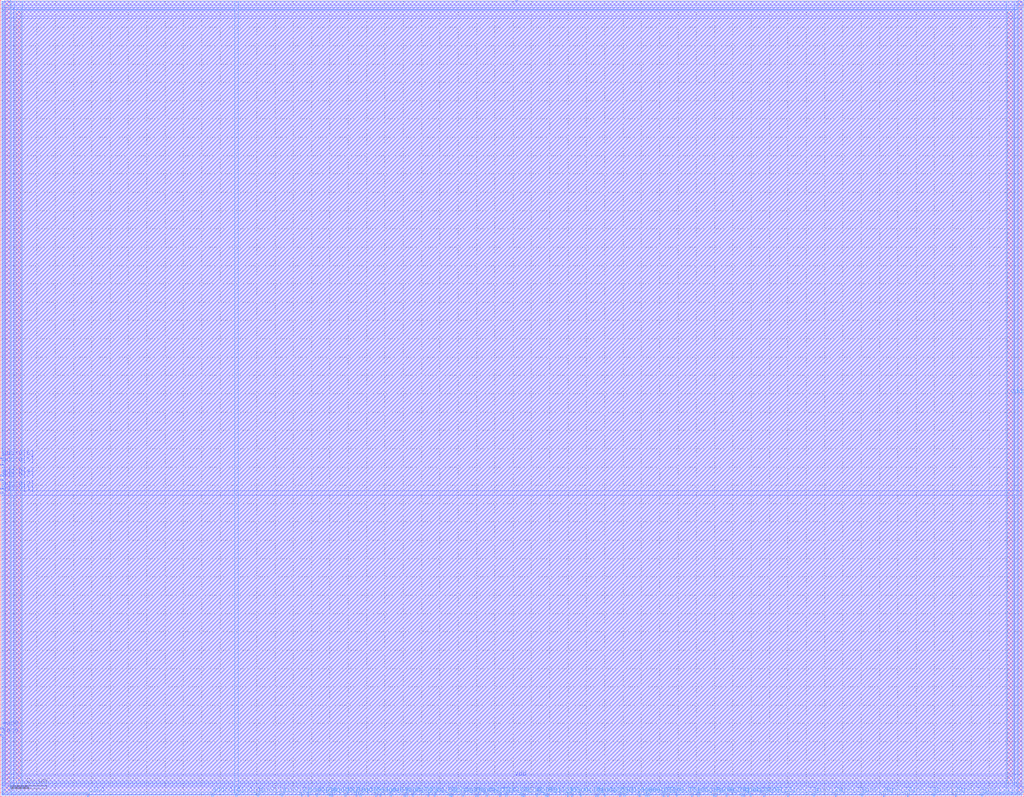
<source format=lef>
VERSION 5.4 ;
NAMESCASESENSITIVE ON ;
BUSBITCHARS "[]" ;
DIVIDERCHAR "/" ;
UNITS
  DATABASE MICRONS 2000 ;
END UNITS
MACRO sram_32_128_sky130A
   CLASS BLOCK ;
   SIZE 558.85 BY 435.09 ;
   SYMMETRY X Y R90 ;
   PIN din0[0]
      DIRECTION INPUT ;
      PORT
         LAYER met4 ;
         RECT  128.52 0.0 129.26 1.93 ;
      END
   END din0[0]
   PIN din0[1]
      DIRECTION INPUT ;
      PORT
         LAYER met4 ;
         RECT  140.42 0.0 141.16 1.93 ;
      END
   END din0[1]
   PIN din0[2]
      DIRECTION INPUT ;
      PORT
         LAYER met4 ;
         RECT  153.51 0.0 154.25 1.93 ;
      END
   END din0[2]
   PIN din0[3]
      DIRECTION INPUT ;
      PORT
         LAYER met4 ;
         RECT  167.79 0.0 168.53 1.93 ;
      END
   END din0[3]
   PIN din0[4]
      DIRECTION INPUT ;
      PORT
         LAYER met4 ;
         RECT  179.69 0.0 180.43 1.93 ;
      END
   END din0[4]
   PIN din0[5]
      DIRECTION INPUT ;
      PORT
         LAYER met4 ;
         RECT  193.97 0.0 194.71 1.93 ;
      END
   END din0[5]
   PIN din0[6]
      DIRECTION INPUT ;
      PORT
         LAYER met4 ;
         RECT  207.06 0.0 207.8 1.93 ;
      END
   END din0[6]
   PIN din0[7]
      DIRECTION INPUT ;
      PORT
         LAYER met4 ;
         RECT  220.15 0.0 220.89 1.93 ;
      END
   END din0[7]
   PIN din0[8]
      DIRECTION INPUT ;
      PORT
         LAYER met4 ;
         RECT  233.24 0.0 233.98 1.93 ;
      END
   END din0[8]
   PIN din0[9]
      DIRECTION INPUT ;
      PORT
         LAYER met4 ;
         RECT  246.33 0.0 247.07 1.93 ;
      END
   END din0[9]
   PIN din0[10]
      DIRECTION INPUT ;
      PORT
         LAYER met4 ;
         RECT  259.42 0.0 260.16 1.93 ;
      END
   END din0[10]
   PIN din0[11]
      DIRECTION INPUT ;
      PORT
         LAYER met4 ;
         RECT  272.51 0.0 273.25 1.93 ;
      END
   END din0[11]
   PIN din0[12]
      DIRECTION INPUT ;
      PORT
         LAYER met4 ;
         RECT  285.6 0.0 286.34 1.93 ;
      END
   END din0[12]
   PIN din0[13]
      DIRECTION INPUT ;
      PORT
         LAYER met4 ;
         RECT  298.69 0.0 299.43 1.93 ;
      END
   END din0[13]
   PIN din0[14]
      DIRECTION INPUT ;
      PORT
         LAYER met4 ;
         RECT  311.78 0.0 312.52 1.93 ;
      END
   END din0[14]
   PIN din0[15]
      DIRECTION INPUT ;
      PORT
         LAYER met4 ;
         RECT  324.87 0.0 325.61 1.93 ;
      END
   END din0[15]
   PIN din0[16]
      DIRECTION INPUT ;
      PORT
         LAYER met4 ;
         RECT  337.96 0.0 338.7 1.93 ;
      END
   END din0[16]
   PIN din0[17]
      DIRECTION INPUT ;
      PORT
         LAYER met4 ;
         RECT  352.24 0.0 352.98 1.93 ;
      END
   END din0[17]
   PIN din0[18]
      DIRECTION INPUT ;
      PORT
         LAYER met4 ;
         RECT  364.14 0.0 364.88 1.93 ;
      END
   END din0[18]
   PIN din0[19]
      DIRECTION INPUT ;
      PORT
         LAYER met4 ;
         RECT  377.23 0.0 377.97 1.93 ;
      END
   END din0[19]
   PIN din0[20]
      DIRECTION INPUT ;
      PORT
         LAYER met4 ;
         RECT  390.32 0.0 391.06 1.93 ;
      END
   END din0[20]
   PIN din0[21]
      DIRECTION INPUT ;
      PORT
         LAYER met4 ;
         RECT  404.6 0.0 405.34 1.93 ;
      END
   END din0[21]
   PIN din0[22]
      DIRECTION INPUT ;
      PORT
         LAYER met4 ;
         RECT  416.5 0.0 417.24 1.93 ;
      END
   END din0[22]
   PIN din0[23]
      DIRECTION INPUT ;
      PORT
         LAYER met4 ;
         RECT  429.59 0.0 430.33 1.93 ;
      END
   END din0[23]
   PIN din0[24]
      DIRECTION INPUT ;
      PORT
         LAYER met4 ;
         RECT  443.87 0.0 444.61 1.93 ;
      END
   END din0[24]
   PIN din0[25]
      DIRECTION INPUT ;
      PORT
         LAYER met4 ;
         RECT  455.77 0.0 456.51 1.93 ;
      END
   END din0[25]
   PIN din0[26]
      DIRECTION INPUT ;
      PORT
         LAYER met4 ;
         RECT  470.05 0.0 470.79 1.93 ;
      END
   END din0[26]
   PIN din0[27]
      DIRECTION INPUT ;
      PORT
         LAYER met4 ;
         RECT  481.95 0.0 482.69 1.93 ;
      END
   END din0[27]
   PIN din0[28]
      DIRECTION INPUT ;
      PORT
         LAYER met4 ;
         RECT  495.04 0.0 495.78 1.93 ;
      END
   END din0[28]
   PIN din0[29]
      DIRECTION INPUT ;
      PORT
         LAYER met4 ;
         RECT  509.32 0.0 510.06 1.93 ;
      END
   END din0[29]
   PIN din0[30]
      DIRECTION INPUT ;
      PORT
         LAYER met4 ;
         RECT  521.22 0.0 521.96 1.93 ;
      END
   END din0[30]
   PIN din0[31]
      DIRECTION INPUT ;
      PORT
         LAYER met4 ;
         RECT  535.5 0.0 536.24 1.93 ;
      END
   END din0[31]
   PIN addr0[0]
      DIRECTION INPUT ;
      PORT
         LAYER met4 ;
         RECT  115.43 0.0 116.17 1.93 ;
      END
   END addr0[0]
   PIN addr0[1]
      DIRECTION INPUT ;
      PORT
         LAYER met3 ;
         RECT  0.0 165.41 1.93 166.15 ;
      END
   END addr0[1]
   PIN addr0[2]
      DIRECTION INPUT ;
      PORT
         LAYER met3 ;
         RECT  0.0 167.79 1.93 168.53 ;
      END
   END addr0[2]
   PIN addr0[3]
      DIRECTION INPUT ;
      PORT
         LAYER met3 ;
         RECT  0.0 172.55 1.93 173.29 ;
      END
   END addr0[3]
   PIN addr0[4]
      DIRECTION INPUT ;
      PORT
         LAYER met3 ;
         RECT  0.0 174.93 1.93 175.67 ;
      END
   END addr0[4]
   PIN addr0[5]
      DIRECTION INPUT ;
      PORT
         LAYER met3 ;
         RECT  0.0 180.88 1.93 181.62 ;
      END
   END addr0[5]
   PIN addr0[6]
      DIRECTION INPUT ;
      PORT
         LAYER met3 ;
         RECT  0.0 184.45 1.93 185.19 ;
      END
   END addr0[6]
   PIN csb0
      DIRECTION INPUT ;
      PORT
         LAYER met3 ;
         RECT  0.0 33.32 1.93 34.06 ;
      END
   END csb0
   PIN web0
      DIRECTION INPUT ;
      PORT
         LAYER met3 ;
         RECT  0.0 36.89 1.93 37.63 ;
      END
   END web0
   PIN clk0
      DIRECTION INPUT ;
      PORT
         LAYER met4 ;
         RECT  47.6 0.0 48.34 1.93 ;
      END
   END clk0
   PIN dout0[0]
      DIRECTION OUTPUT ;
      PORT
         LAYER met4 ;
         RECT  164.22 0.0 164.96 1.93 ;
      END
   END dout0[0]
   PIN dout0[1]
      DIRECTION OUTPUT ;
      PORT
         LAYER met4 ;
         RECT  172.55 0.0 173.29 1.93 ;
      END
   END dout0[1]
   PIN dout0[2]
      DIRECTION OUTPUT ;
      PORT
         LAYER met4 ;
         RECT  180.88 0.0 181.62 1.93 ;
      END
   END dout0[2]
   PIN dout0[3]
      DIRECTION OUTPUT ;
      PORT
         LAYER met4 ;
         RECT  188.02 0.0 188.76 1.93 ;
      END
   END dout0[3]
   PIN dout0[4]
      DIRECTION OUTPUT ;
      PORT
         LAYER met4 ;
         RECT  196.35 0.0 197.09 1.93 ;
      END
   END dout0[4]
   PIN dout0[5]
      DIRECTION OUTPUT ;
      PORT
         LAYER met4 ;
         RECT  204.68 0.0 205.42 1.93 ;
      END
   END dout0[5]
   PIN dout0[6]
      DIRECTION OUTPUT ;
      PORT
         LAYER met4 ;
         RECT  213.01 0.0 213.75 1.93 ;
      END
   END dout0[6]
   PIN dout0[7]
      DIRECTION OUTPUT ;
      PORT
         LAYER met4 ;
         RECT  221.34 0.0 222.08 1.93 ;
      END
   END dout0[7]
   PIN dout0[8]
      DIRECTION OUTPUT ;
      PORT
         LAYER met4 ;
         RECT  224.91 0.0 225.65 1.93 ;
      END
   END dout0[8]
   PIN dout0[9]
      DIRECTION OUTPUT ;
      PORT
         LAYER met4 ;
         RECT  236.81 0.0 237.55 1.93 ;
      END
   END dout0[9]
   PIN dout0[10]
      DIRECTION OUTPUT ;
      PORT
         LAYER met4 ;
         RECT  245.14 0.0 245.88 1.93 ;
      END
   END dout0[10]
   PIN dout0[11]
      DIRECTION OUTPUT ;
      PORT
         LAYER met4 ;
         RECT  252.28 0.0 253.02 1.93 ;
      END
   END dout0[11]
   PIN dout0[12]
      DIRECTION OUTPUT ;
      PORT
         LAYER met4 ;
         RECT  260.61 0.0 261.35 1.93 ;
      END
   END dout0[12]
   PIN dout0[13]
      DIRECTION OUTPUT ;
      PORT
         LAYER met4 ;
         RECT  265.37 0.0 266.11 1.93 ;
      END
   END dout0[13]
   PIN dout0[14]
      DIRECTION OUTPUT ;
      PORT
         LAYER met4 ;
         RECT  276.08 0.0 276.82 1.93 ;
      END
   END dout0[14]
   PIN dout0[15]
      DIRECTION OUTPUT ;
      PORT
         LAYER met4 ;
         RECT  284.41 0.0 285.15 1.93 ;
      END
   END dout0[15]
   PIN dout0[16]
      DIRECTION OUTPUT ;
      PORT
         LAYER met4 ;
         RECT  292.74 0.0 293.48 1.93 ;
      END
   END dout0[16]
   PIN dout0[17]
      DIRECTION OUTPUT ;
      PORT
         LAYER met4 ;
         RECT  297.5 0.0 298.24 1.93 ;
      END
   END dout0[17]
   PIN dout0[18]
      DIRECTION OUTPUT ;
      PORT
         LAYER met4 ;
         RECT  309.4 0.0 310.14 1.93 ;
      END
   END dout0[18]
   PIN dout0[19]
      DIRECTION OUTPUT ;
      PORT
         LAYER met4 ;
         RECT  316.54 0.0 317.28 1.93 ;
      END
   END dout0[19]
   PIN dout0[20]
      DIRECTION OUTPUT ;
      PORT
         LAYER met4 ;
         RECT  326.06 0.0 326.8 1.93 ;
      END
   END dout0[20]
   PIN dout0[21]
      DIRECTION OUTPUT ;
      PORT
         LAYER met4 ;
         RECT  329.63 0.0 330.37 1.93 ;
      END
   END dout0[21]
   PIN dout0[22]
      DIRECTION OUTPUT ;
      PORT
         LAYER met4 ;
         RECT  340.34 0.0 341.08 1.93 ;
      END
   END dout0[22]
   PIN dout0[23]
      DIRECTION OUTPUT ;
      PORT
         LAYER met4 ;
         RECT  348.67 0.0 349.41 1.93 ;
      END
   END dout0[23]
   PIN dout0[24]
      DIRECTION OUTPUT ;
      PORT
         LAYER met4 ;
         RECT  353.43 0.0 354.17 1.93 ;
      END
   END dout0[24]
   PIN dout0[25]
      DIRECTION OUTPUT ;
      PORT
         LAYER met4 ;
         RECT  361.76 0.0 362.5 1.93 ;
      END
   END dout0[25]
   PIN dout0[26]
      DIRECTION OUTPUT ;
      PORT
         LAYER met4 ;
         RECT  368.9 0.0 369.64 1.93 ;
      END
   END dout0[26]
   PIN dout0[27]
      DIRECTION OUTPUT ;
      PORT
         LAYER met4 ;
         RECT  380.8 0.0 381.54 1.93 ;
      END
   END dout0[27]
   PIN dout0[28]
      DIRECTION OUTPUT ;
      PORT
         LAYER met4 ;
         RECT  389.13 0.0 389.87 1.93 ;
      END
   END dout0[28]
   PIN dout0[29]
      DIRECTION OUTPUT ;
      PORT
         LAYER met4 ;
         RECT  396.27 0.0 397.01 1.93 ;
      END
   END dout0[29]
   PIN dout0[30]
      DIRECTION OUTPUT ;
      PORT
         LAYER met4 ;
         RECT  405.79 0.0 406.53 1.93 ;
      END
   END dout0[30]
   PIN dout0[31]
      DIRECTION OUTPUT ;
      PORT
         LAYER met4 ;
         RECT  409.36 0.0 410.1 1.93 ;
      END
   END dout0[31]
   PIN vdd
      DIRECTION INOUT ;
      USE POWER ; 
      SHAPE ABUTMENT ; 
      PORT
         LAYER met3 ;
         RECT  8.33 426.02 552.9 429.14 ;
         LAYER met4 ;
         RECT  8.33 8.33 11.45 429.14 ;
         LAYER met3 ;
         RECT  8.33 8.33 552.9 11.45 ;
         LAYER met4 ;
         RECT  549.78 8.33 552.9 429.14 ;
      END
   END vdd
   PIN gnd
      DIRECTION INOUT ;
      USE GROUND ; 
      SHAPE ABUTMENT ; 
      PORT
         LAYER met3 ;
         RECT  2.38 2.38 558.85 5.5 ;
         LAYER met3 ;
         RECT  2.38 431.97 558.85 435.09 ;
         LAYER met4 ;
         RECT  2.38 2.38 5.5 435.09 ;
         LAYER met4 ;
         RECT  555.73 2.38 558.85 435.09 ;
      END
   END gnd
   OBS
   LAYER  m1 ;
      RECT  0.91 0.91 557.94 434.18 ;
   LAYER  m2 ;
      RECT  0.91 0.91 557.94 434.18 ;
   LAYER  met3 ;
      RECT  2.83 164.51 557.94 167.05 ;
      RECT  0.91 169.43 2.83 171.65 ;
      RECT  0.91 176.57 2.83 179.98 ;
      RECT  0.91 182.52 2.83 183.55 ;
      RECT  0.91 34.96 2.83 35.99 ;
      RECT  0.91 38.53 2.83 164.51 ;
      RECT  2.83 167.05 7.43 425.12 ;
      RECT  2.83 425.12 7.43 430.04 ;
      RECT  7.43 167.05 553.8 425.12 ;
      RECT  553.8 167.05 557.94 425.12 ;
      RECT  553.8 425.12 557.94 430.04 ;
      RECT  2.83 7.43 7.43 12.35 ;
      RECT  2.83 12.35 7.43 164.51 ;
      RECT  7.43 12.35 553.8 164.51 ;
      RECT  553.8 7.43 557.94 12.35 ;
      RECT  553.8 12.35 557.94 164.51 ;
      RECT  0.91 0.91 1.48 1.48 ;
      RECT  0.91 1.48 1.48 6.4 ;
      RECT  0.91 6.4 1.48 32.42 ;
      RECT  1.48 0.91 2.83 1.48 ;
      RECT  1.48 6.4 2.83 32.42 ;
      RECT  2.83 0.91 7.43 1.48 ;
      RECT  2.83 6.4 7.43 7.43 ;
      RECT  7.43 0.91 553.8 1.48 ;
      RECT  7.43 6.4 553.8 7.43 ;
      RECT  553.8 0.91 557.94 1.48 ;
      RECT  553.8 6.4 557.94 7.43 ;
      RECT  0.91 186.09 1.48 431.07 ;
      RECT  0.91 431.07 1.48 434.18 ;
      RECT  1.48 186.09 2.83 431.07 ;
      RECT  2.83 430.04 7.43 431.07 ;
      RECT  7.43 430.04 553.8 431.07 ;
      RECT  553.8 430.04 557.94 431.07 ;
   LAYER  met4 ;
      RECT  127.92 2.53 129.86 434.18 ;
      RECT  129.86 0.91 139.82 2.53 ;
      RECT  141.76 0.91 152.91 2.53 ;
      RECT  417.84 0.91 428.99 2.53 ;
      RECT  430.93 0.91 443.27 2.53 ;
      RECT  445.21 0.91 455.17 2.53 ;
      RECT  457.11 0.91 469.45 2.53 ;
      RECT  471.39 0.91 481.35 2.53 ;
      RECT  483.29 0.91 494.44 2.53 ;
      RECT  496.38 0.91 508.72 2.53 ;
      RECT  510.66 0.91 520.62 2.53 ;
      RECT  522.56 0.91 534.9 2.53 ;
      RECT  116.77 0.91 127.92 2.53 ;
      RECT  48.94 0.91 114.83 2.53 ;
      RECT  154.85 0.91 163.62 2.53 ;
      RECT  165.56 0.91 167.19 2.53 ;
      RECT  169.13 0.91 171.95 2.53 ;
      RECT  173.89 0.91 179.09 2.53 ;
      RECT  182.22 0.91 187.42 2.53 ;
      RECT  189.36 0.91 193.37 2.53 ;
      RECT  195.31 0.91 195.75 2.53 ;
      RECT  197.69 0.91 204.08 2.53 ;
      RECT  206.02 0.91 206.46 2.53 ;
      RECT  208.4 0.91 212.41 2.53 ;
      RECT  214.35 0.91 219.55 2.53 ;
      RECT  222.68 0.91 224.31 2.53 ;
      RECT  226.25 0.91 232.64 2.53 ;
      RECT  234.58 0.91 236.21 2.53 ;
      RECT  238.15 0.91 244.54 2.53 ;
      RECT  247.67 0.91 251.68 2.53 ;
      RECT  253.62 0.91 258.82 2.53 ;
      RECT  261.95 0.91 264.77 2.53 ;
      RECT  266.71 0.91 271.91 2.53 ;
      RECT  273.85 0.91 275.48 2.53 ;
      RECT  277.42 0.91 283.81 2.53 ;
      RECT  286.94 0.91 292.14 2.53 ;
      RECT  294.08 0.91 296.9 2.53 ;
      RECT  300.03 0.91 308.8 2.53 ;
      RECT  310.74 0.91 311.18 2.53 ;
      RECT  313.12 0.91 315.94 2.53 ;
      RECT  317.88 0.91 324.27 2.53 ;
      RECT  327.4 0.91 329.03 2.53 ;
      RECT  330.97 0.91 337.36 2.53 ;
      RECT  339.3 0.91 339.74 2.53 ;
      RECT  341.68 0.91 348.07 2.53 ;
      RECT  350.01 0.91 351.64 2.53 ;
      RECT  354.77 0.91 361.16 2.53 ;
      RECT  363.1 0.91 363.54 2.53 ;
      RECT  365.48 0.91 368.3 2.53 ;
      RECT  370.24 0.91 376.63 2.53 ;
      RECT  378.57 0.91 380.2 2.53 ;
      RECT  382.14 0.91 388.53 2.53 ;
      RECT  391.66 0.91 395.67 2.53 ;
      RECT  397.61 0.91 404.0 2.53 ;
      RECT  407.13 0.91 408.76 2.53 ;
      RECT  410.7 0.91 415.9 2.53 ;
      RECT  7.73 2.53 12.05 7.73 ;
      RECT  7.73 429.74 12.05 434.18 ;
      RECT  12.05 2.53 127.92 7.73 ;
      RECT  12.05 7.73 127.92 429.74 ;
      RECT  12.05 429.74 127.92 434.18 ;
      RECT  129.86 2.53 549.18 7.73 ;
      RECT  129.86 7.73 549.18 429.74 ;
      RECT  129.86 429.74 549.18 434.18 ;
      RECT  549.18 2.53 553.5 7.73 ;
      RECT  549.18 429.74 553.5 434.18 ;
      RECT  0.91 0.91 1.78 1.78 ;
      RECT  0.91 1.78 1.78 2.53 ;
      RECT  1.78 0.91 6.1 1.78 ;
      RECT  6.1 0.91 47.0 1.78 ;
      RECT  6.1 1.78 47.0 2.53 ;
      RECT  0.91 2.53 1.78 7.73 ;
      RECT  6.1 2.53 7.73 7.73 ;
      RECT  0.91 7.73 1.78 429.74 ;
      RECT  6.1 7.73 7.73 429.74 ;
      RECT  0.91 429.74 1.78 434.18 ;
      RECT  6.1 429.74 7.73 434.18 ;
      RECT  536.84 0.91 555.13 1.78 ;
      RECT  536.84 1.78 555.13 2.53 ;
      RECT  555.13 0.91 557.94 1.78 ;
      RECT  553.5 2.53 555.13 7.73 ;
      RECT  553.5 7.73 555.13 429.74 ;
      RECT  553.5 429.74 555.13 434.18 ;
   END
END    sram_32_128_sky130A
END    LIBRARY

</source>
